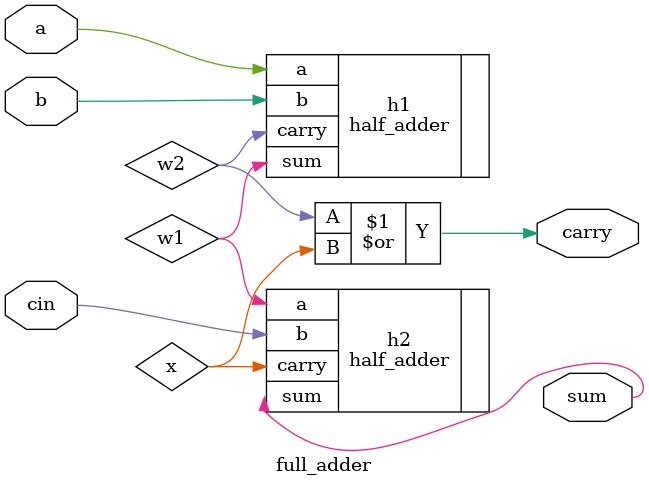
<source format=v>
module full_adder (
    input a,b,cin,
    output sum,carry
);
    wire w1,w2,x;

    half_adder h1 (.a(a), .b(b), .sum(w1), .carry(w2));
    half_adder h2 (.a(w1), .b(cin), .sum(sum), .carry(x));
    assign carry = w2 | x;

endmodule
</source>
